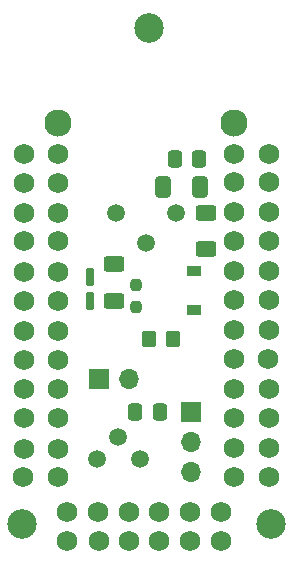
<source format=gbs>
G04 #@! TF.GenerationSoftware,KiCad,Pcbnew,(6.0.1)*
G04 #@! TF.CreationDate,2022-06-09T11:36:19-07:00*
G04 #@! TF.ProjectId,PS_controller_rev1_2,50535f63-6f6e-4747-926f-6c6c65725f72,rev?*
G04 #@! TF.SameCoordinates,Original*
G04 #@! TF.FileFunction,Soldermask,Bot*
G04 #@! TF.FilePolarity,Negative*
%FSLAX46Y46*%
G04 Gerber Fmt 4.6, Leading zero omitted, Abs format (unit mm)*
G04 Created by KiCad (PCBNEW (6.0.1)) date 2022-06-09 11:36:19*
%MOMM*%
%LPD*%
G01*
G04 APERTURE LIST*
G04 Aperture macros list*
%AMRoundRect*
0 Rectangle with rounded corners*
0 $1 Rounding radius*
0 $2 $3 $4 $5 $6 $7 $8 $9 X,Y pos of 4 corners*
0 Add a 4 corners polygon primitive as box body*
4,1,4,$2,$3,$4,$5,$6,$7,$8,$9,$2,$3,0*
0 Add four circle primitives for the rounded corners*
1,1,$1+$1,$2,$3*
1,1,$1+$1,$4,$5*
1,1,$1+$1,$6,$7*
1,1,$1+$1,$8,$9*
0 Add four rect primitives between the rounded corners*
20,1,$1+$1,$2,$3,$4,$5,0*
20,1,$1+$1,$4,$5,$6,$7,0*
20,1,$1+$1,$6,$7,$8,$9,0*
20,1,$1+$1,$8,$9,$2,$3,0*%
G04 Aperture macros list end*
%ADD10C,2.500000*%
%ADD11C,2.300000*%
%ADD12C,1.750000*%
%ADD13C,1.498600*%
%ADD14R,1.200000X0.900000*%
%ADD15RoundRect,0.187500X0.187500X-0.562500X0.187500X0.562500X-0.187500X0.562500X-0.187500X-0.562500X0*%
%ADD16R,1.700000X1.700000*%
%ADD17O,1.700000X1.700000*%
%ADD18RoundRect,0.250000X-0.625000X0.400000X-0.625000X-0.400000X0.625000X-0.400000X0.625000X0.400000X0*%
%ADD19RoundRect,0.250000X-0.350000X-0.450000X0.350000X-0.450000X0.350000X0.450000X-0.350000X0.450000X0*%
%ADD20RoundRect,0.250000X0.337500X0.475000X-0.337500X0.475000X-0.337500X-0.475000X0.337500X-0.475000X0*%
%ADD21RoundRect,0.250000X0.412500X0.650000X-0.412500X0.650000X-0.412500X-0.650000X0.412500X-0.650000X0*%
%ADD22RoundRect,0.237500X0.237500X-0.250000X0.237500X0.250000X-0.237500X0.250000X-0.237500X-0.250000X0*%
G04 APERTURE END LIST*
D10*
X160800000Y-112600000D03*
D11*
X142729000Y-78655000D03*
X157659000Y-78655000D03*
D12*
X157659000Y-108655000D03*
X160659000Y-108655000D03*
X160659000Y-106155000D03*
X157659000Y-106155000D03*
X157659000Y-103655000D03*
X160659000Y-103655000D03*
X157659000Y-101155000D03*
X160659000Y-101155000D03*
X157659000Y-98655000D03*
X160559000Y-98655000D03*
X157659000Y-96155000D03*
X160659000Y-96155000D03*
X157659000Y-93655000D03*
X160659000Y-93655000D03*
X160659000Y-91155000D03*
X157659000Y-91155000D03*
X157659000Y-88655000D03*
X160659000Y-88655000D03*
X160659000Y-86155000D03*
X157659000Y-86155000D03*
X143559000Y-111555000D03*
X146159000Y-111555000D03*
X146259000Y-114055000D03*
X160659000Y-83655000D03*
X157659000Y-83655000D03*
X143559000Y-114055000D03*
X160659000Y-81255000D03*
X157659000Y-81255000D03*
X142759000Y-81255000D03*
X139859000Y-81255000D03*
X139859000Y-83755000D03*
X142759000Y-83755000D03*
X139859000Y-86255000D03*
X142759000Y-86255000D03*
X142759000Y-88655000D03*
X139859000Y-88655000D03*
X142759000Y-91255000D03*
X139859000Y-91255000D03*
X142759000Y-93755000D03*
X139859000Y-93755000D03*
X142759000Y-96255000D03*
X139859000Y-96255000D03*
X142759000Y-98755000D03*
X139859000Y-98755000D03*
X139859000Y-101155000D03*
X142759000Y-101155000D03*
X142759000Y-103655000D03*
X139859000Y-103655000D03*
X139859000Y-106255000D03*
X142759000Y-106255000D03*
X142759000Y-108655000D03*
X139849000Y-108655000D03*
X148759000Y-114055000D03*
X148759000Y-111555000D03*
X151359000Y-111555000D03*
X151359000Y-114055000D03*
X153959000Y-111555000D03*
X153959000Y-114055000D03*
X156559000Y-111555000D03*
X156559000Y-114055000D03*
D10*
X139700000Y-112600000D03*
X150500000Y-70600000D03*
D13*
X149690000Y-107130000D03*
X147890000Y-105230000D03*
X146090000Y-107130000D03*
X147719000Y-86274500D03*
X150219000Y-88774500D03*
X152719000Y-86274500D03*
D14*
X154300000Y-94450000D03*
X154300000Y-91150000D03*
D15*
X145500000Y-93700000D03*
X145500000Y-91700000D03*
D16*
X146250000Y-100285000D03*
D17*
X148790000Y-100285000D03*
D18*
X147500000Y-90600000D03*
X147500000Y-93700000D03*
D19*
X150500000Y-96900000D03*
X152500000Y-96900000D03*
D20*
X154738000Y-81670000D03*
X152663000Y-81670000D03*
D16*
X154025000Y-103075000D03*
D17*
X154025000Y-105615000D03*
X154025000Y-108155000D03*
D18*
X155300000Y-86250000D03*
X155300000Y-89350000D03*
D21*
X154763000Y-84050000D03*
X151638000Y-84050000D03*
D20*
X151375000Y-103100000D03*
X149300000Y-103100000D03*
D22*
X149400000Y-94212500D03*
X149400000Y-92387500D03*
M02*

</source>
